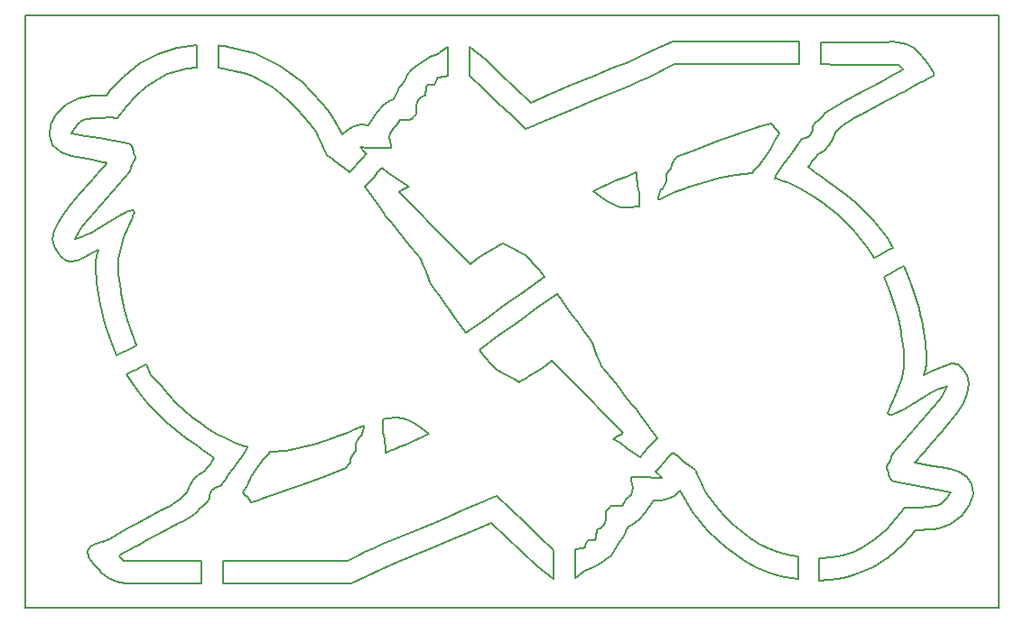
<source format=gbr>
G04 #@! TF.GenerationSoftware,KiCad,Pcbnew,(5.0.0-3-g5ebb6b6)*
G04 #@! TF.CreationDate,2020-09-27T13:58:05+02:00*
G04 #@! TF.ProjectId,solarbird,736F6C6172626972642E6B696361645F,rev?*
G04 #@! TF.SameCoordinates,Original*
G04 #@! TF.FileFunction,Profile,NP*
%FSLAX46Y46*%
G04 Gerber Fmt 4.6, Leading zero omitted, Abs format (unit mm)*
G04 Created by KiCad (PCBNEW (5.0.0-3-g5ebb6b6)) date Sunday, 27. September 2020 um 13:58:05*
%MOMM*%
%LPD*%
G01*
G04 APERTURE LIST*
%ADD10C,0.200000*%
G04 APERTURE END LIST*
D10*
X142702176Y-65426506D02*
X142179211Y-65028080D01*
X143225144Y-65825447D02*
X142702176Y-65426506D01*
X143748625Y-66223872D02*
X143225144Y-65825447D01*
X144271589Y-66622298D02*
X143748625Y-66223872D01*
X144666398Y-66187183D02*
X144271589Y-66622298D01*
X145061722Y-65752065D02*
X144666398Y-66187183D01*
X145456531Y-65316434D02*
X145061722Y-65752065D01*
X145851340Y-64881318D02*
X145456531Y-65316434D01*
X145708711Y-64733525D02*
X145851340Y-64881318D01*
X145566084Y-64586247D02*
X145708711Y-64733525D01*
X145422942Y-64438967D02*
X145566084Y-64586247D01*
X202219765Y-87489152D02*
X201784650Y-88458601D01*
X202377377Y-86441669D02*
X202219765Y-87489152D01*
X202178940Y-85702696D02*
X202377377Y-86441669D01*
X201796019Y-85064491D02*
X202178940Y-85702696D01*
X172172280Y-90330446D02*
X172625998Y-90963999D01*
X171729928Y-89688625D02*
X172172280Y-90330446D01*
X171291196Y-89045769D02*
X171729928Y-89688625D01*
X171158386Y-88857151D02*
X171291196Y-89045769D01*
X171005941Y-88686619D02*
X171158386Y-88857151D01*
X170844193Y-88523837D02*
X171005941Y-88686619D01*
X170685030Y-88357956D02*
X170844193Y-88523837D01*
X170069565Y-87589527D02*
X170685030Y-88357956D01*
X169473218Y-86811281D02*
X170069565Y-87589527D01*
X168873772Y-86036134D02*
X169473218Y-86811281D01*
X168247969Y-85277007D02*
X168873772Y-86036134D01*
X167923961Y-84855844D02*
X168247969Y-85277007D01*
X167687280Y-84383004D02*
X167923961Y-84855844D01*
X167501762Y-83883810D02*
X167687280Y-84383004D01*
X167329680Y-83381514D02*
X167501762Y-83883810D01*
X167007219Y-82664247D02*
X167329680Y-83381514D01*
X166593808Y-81997621D02*
X167007219Y-82664247D01*
X121423218Y-65933572D02*
X121502799Y-65708263D01*
X121158116Y-66226576D02*
X121423218Y-65933572D01*
X120936424Y-66484961D02*
X121158116Y-66226576D01*
X118108174Y-75030690D02*
X117679258Y-74883412D01*
X118766532Y-74899433D02*
X118108174Y-75030690D01*
X119418687Y-74624515D02*
X118766532Y-74899433D01*
X120061027Y-74275699D02*
X119418687Y-74624515D01*
X120689412Y-73923266D02*
X120061027Y-74275699D01*
X116262293Y-62125535D02*
X116781122Y-61224298D01*
X116125866Y-63163715D02*
X116262293Y-62125535D01*
X116427657Y-64124896D02*
X116125866Y-63163715D01*
X117223990Y-64794622D02*
X116427657Y-64124896D01*
X118180003Y-65117602D02*
X117223990Y-64794622D01*
X119172191Y-65305702D02*
X118180003Y-65117602D01*
X120175231Y-65452982D02*
X119172191Y-65305702D01*
X121165352Y-65655037D02*
X120175231Y-65452982D01*
X121502799Y-65708263D02*
X121165352Y-65655037D01*
X196040308Y-85902191D02*
X196260449Y-84890367D01*
X195725599Y-86889212D02*
X196040308Y-85902191D01*
X195343191Y-87853493D02*
X195725599Y-86889212D01*
X199424069Y-85095498D02*
X200076227Y-84832981D01*
X198781732Y-85380235D02*
X199424069Y-85095498D01*
X198153347Y-85694427D02*
X198781732Y-85380235D01*
X198150701Y-85696015D02*
X198153347Y-85694427D01*
X198148584Y-85697073D02*
X198150701Y-85696015D01*
X198145939Y-85698661D02*
X198148584Y-85697073D01*
X198143822Y-85700248D02*
X198145939Y-85698661D01*
X177122364Y-54371410D02*
X178377584Y-54371410D01*
X198107870Y-94050506D02*
X198933143Y-94204501D01*
X197281566Y-93895995D02*
X198107870Y-94050506D01*
X198076866Y-92958584D02*
X197281566Y-93895995D01*
X198889735Y-92035127D02*
X198076866Y-92958584D01*
X199705189Y-91113218D02*
X198889735Y-92035127D01*
X194925092Y-77710959D02*
X194416594Y-76450571D01*
X195351939Y-79001837D02*
X194925092Y-77710959D01*
X195704371Y-80315969D02*
X195351939Y-79001837D01*
X195520954Y-99147357D02*
X196345192Y-98111244D01*
X194617132Y-100117322D02*
X195520954Y-99147357D01*
X193626495Y-100994271D02*
X194617132Y-100117322D01*
X192540775Y-101752365D02*
X193626495Y-100994271D01*
X191568741Y-102241741D02*
X192540775Y-101752365D01*
X190533146Y-102569370D02*
X191568741Y-102241741D01*
X189460342Y-102759539D02*
X190533146Y-102569370D01*
X188375138Y-102838086D02*
X189460342Y-102759539D01*
X188361697Y-102838086D02*
X188375138Y-102838086D01*
X188348256Y-102838086D02*
X188361697Y-102838086D01*
X188334313Y-102837557D02*
X188348256Y-102838086D01*
X188320872Y-102837557D02*
X188334313Y-102837557D01*
X188320872Y-103365173D02*
X188320872Y-102837557D01*
X188320872Y-103892273D02*
X188320872Y-103365173D01*
X188320872Y-104419373D02*
X188320872Y-103892273D01*
X188320872Y-104946471D02*
X188320872Y-104419373D01*
X189182834Y-104899446D02*
X188320872Y-104946471D01*
X200672061Y-96655554D02*
X199337259Y-96417842D01*
X200578526Y-96784226D02*
X200672061Y-96655554D01*
X200484477Y-96912385D02*
X200578526Y-96784226D01*
X200390941Y-97041060D02*
X200484477Y-96912385D01*
X200296890Y-97169216D02*
X200390941Y-97041060D01*
X200089150Y-97451886D02*
X200296890Y-97169216D01*
X199834904Y-97693215D02*
X200089150Y-97451886D01*
X199538279Y-97875116D02*
X199834904Y-97693215D01*
X199202899Y-97980021D02*
X199538279Y-97875116D01*
X198492865Y-98068902D02*
X199202899Y-97980021D01*
X197778181Y-98106111D02*
X198492865Y-98068902D01*
X197061430Y-98112831D02*
X197778181Y-98106111D01*
X196345192Y-98111244D02*
X197061430Y-98112831D01*
X199953765Y-87359479D02*
X200133081Y-87035468D01*
X199773930Y-87683491D02*
X199953765Y-87359479D01*
X199594612Y-88007502D02*
X199773930Y-87683491D01*
X198484087Y-89285977D02*
X199594612Y-88007502D01*
X197368908Y-90561350D02*
X198484087Y-89285977D01*
X196252181Y-91835176D02*
X197368908Y-90561350D01*
X161559491Y-85549859D02*
X160966244Y-85888338D01*
X162130514Y-85176754D02*
X161559491Y-85549859D01*
X162682419Y-84774196D02*
X162130514Y-85176754D01*
X163216237Y-84348381D02*
X162682419Y-84774196D01*
X164897789Y-86043884D02*
X163216237Y-84348381D01*
X150546204Y-60773580D02*
X150558613Y-60967882D01*
X150540013Y-60577725D02*
X150546204Y-60773580D01*
X150550861Y-60383423D02*
X150540013Y-60577725D01*
X150613387Y-60056311D02*
X150550861Y-60383423D01*
X169015883Y-91649743D02*
X169247909Y-91521071D01*
X169645300Y-92068840D02*
X169015883Y-91649743D01*
X170270069Y-92494653D02*
X169645300Y-92068840D01*
X170887085Y-92931837D02*
X170270069Y-92494653D01*
X171494285Y-93382454D02*
X170887085Y-92931837D01*
X166134922Y-81356832D02*
X166593808Y-81997621D01*
X165675518Y-80719144D02*
X166134922Y-81356832D01*
X165191825Y-80048902D02*
X165675518Y-80719144D01*
X164707617Y-79378141D02*
X165191825Y-80048902D01*
X164222376Y-78708933D02*
X164707617Y-79378141D01*
X125190652Y-84688413D02*
X125675376Y-85678531D01*
X148121036Y-64067404D02*
X148141700Y-64164554D01*
X148049207Y-63720139D02*
X148121036Y-64067404D01*
X148008898Y-63360470D02*
X148049207Y-63720139D01*
X148045590Y-63011138D02*
X148008898Y-63360470D01*
X148203202Y-62694360D02*
X148045590Y-63011138D01*
X148445563Y-62473187D02*
X148203202Y-62694360D01*
X148659505Y-62224105D02*
X148445563Y-62473187D01*
X148854842Y-61959006D02*
X148659505Y-62224105D01*
X149040360Y-61687186D02*
X148854842Y-61959006D01*
X149305978Y-61688774D02*
X149040360Y-61687186D01*
X149572112Y-61688245D02*
X149305978Y-61688774D01*
X149837211Y-61674301D02*
X149572112Y-61688245D01*
X199541893Y-100053759D02*
X198989470Y-100170030D01*
X200667920Y-99642414D02*
X199541893Y-100053759D01*
X201634787Y-98921012D02*
X200667920Y-99642414D01*
X202352057Y-97959312D02*
X201634787Y-98921012D01*
X202728778Y-96825530D02*
X202352057Y-97959312D01*
X202634727Y-95942899D02*
X202728778Y-96825530D01*
X202164470Y-95226145D02*
X202634727Y-95942899D01*
X201441517Y-94721783D02*
X202164470Y-95226145D01*
X200590408Y-94478388D02*
X201441517Y-94721783D01*
X199760484Y-94349713D02*
X200590408Y-94478388D01*
X198933143Y-94204501D02*
X199760484Y-94349713D01*
X120519110Y-76531766D02*
X120448829Y-76036707D01*
X120588873Y-77026828D02*
X120519110Y-76531766D01*
X120658636Y-77522403D02*
X120588873Y-77026828D01*
X194785603Y-89358311D02*
X194750980Y-89218783D01*
X194909627Y-89431691D02*
X194785603Y-89358311D01*
X195043469Y-89432220D02*
X194909627Y-89431691D01*
X195178861Y-89388812D02*
X195043469Y-89432220D01*
X195308571Y-89330935D02*
X195178861Y-89388812D01*
X196221693Y-88862747D02*
X195308571Y-89330935D01*
X197111561Y-88351151D02*
X196221693Y-88862747D01*
X197986442Y-87813197D02*
X197111561Y-88351151D01*
X198854090Y-87264912D02*
X197986442Y-87813197D01*
X199214792Y-87118666D02*
X198854090Y-87264912D01*
X199580144Y-86982242D02*
X199214792Y-87118666D01*
X199947045Y-86848400D02*
X199580144Y-86982242D01*
X200312397Y-86711457D02*
X199947045Y-86848400D01*
X200133081Y-87035468D02*
X200312397Y-86711457D01*
X171895293Y-92932353D02*
X171494285Y-93382454D01*
X172296303Y-92482768D02*
X171895293Y-92932353D01*
X172697311Y-92032667D02*
X172296303Y-92482768D01*
X173098321Y-91582565D02*
X172697311Y-92032667D01*
X172625998Y-90963999D02*
X173098321Y-91582565D01*
X150100244Y-61637609D02*
X149837211Y-61674301D01*
X150203079Y-61509968D02*
X150100244Y-61637609D01*
X150313667Y-61382844D02*
X150203079Y-61509968D01*
X150434590Y-61262956D02*
X150313667Y-61382844D01*
X150566365Y-61157020D02*
X150434590Y-61262956D01*
X150558613Y-60967882D02*
X150566365Y-61157020D01*
X134719785Y-92421273D02*
X134491891Y-92801612D01*
X134609197Y-92391817D02*
X134719785Y-92421273D01*
X134499127Y-92360295D02*
X134609197Y-92391817D01*
X134389571Y-92327222D02*
X134499127Y-92360295D01*
X134280018Y-92294665D02*
X134389571Y-92327222D01*
X133903296Y-92166509D02*
X134280018Y-92294665D01*
X133531745Y-92025949D02*
X133903296Y-92166509D01*
X133164842Y-91874536D02*
X133531745Y-92025949D01*
X132802590Y-91712791D02*
X133164842Y-91874536D01*
X173276603Y-69204110D02*
X173257474Y-69205697D01*
X173300892Y-69194797D02*
X173276603Y-69204110D01*
X173330864Y-69177731D02*
X173300892Y-69194797D01*
X173367038Y-69150860D02*
X173330864Y-69177731D01*
X174066736Y-68830465D02*
X173367038Y-69150860D01*
X174773671Y-68526091D02*
X174066736Y-68830465D01*
X194867248Y-95214297D02*
X194847616Y-94978135D01*
X194959749Y-95431337D02*
X194867248Y-95214297D01*
X195117362Y-95602388D02*
X194959749Y-95431337D01*
X195332851Y-95701088D02*
X195117362Y-95602388D01*
X196666621Y-95945002D02*
X195332851Y-95701088D01*
X198001423Y-96182196D02*
X196666621Y-95945002D01*
X199337259Y-96417842D02*
X198001423Y-96182196D01*
X119986094Y-67540193D02*
X120936424Y-66484961D01*
X119043000Y-68603694D02*
X119986094Y-67540193D01*
X118129878Y-69691483D02*
X119043000Y-68603694D01*
X117269466Y-70820095D02*
X118129878Y-69691483D01*
X116907730Y-71468634D02*
X117269466Y-70820095D01*
X116595088Y-72162133D02*
X116907730Y-71468634D01*
X116451943Y-72881985D02*
X116595088Y-72162133D01*
X116597155Y-73609073D02*
X116451943Y-72881985D01*
X116906696Y-74159428D02*
X116597155Y-73609073D01*
X117273083Y-74588341D02*
X116906696Y-74159428D01*
X117679258Y-74883412D02*
X117273083Y-74588341D01*
X178377584Y-54371410D02*
X179632805Y-54371939D01*
X166578822Y-87739389D02*
X164897789Y-86043884D01*
X168259857Y-89435408D02*
X166578822Y-87739389D01*
X169941408Y-91130914D02*
X168259857Y-89435408D01*
X169709898Y-91260620D02*
X169941408Y-91130914D01*
X169479419Y-91391362D02*
X169709898Y-91260620D01*
X169247909Y-91521071D02*
X169479419Y-91391362D01*
X194920480Y-88799172D02*
X195343191Y-87853493D01*
X194859501Y-88934046D02*
X194920480Y-88799172D01*
X194789220Y-89075641D02*
X194859501Y-88934046D01*
X194750980Y-89218783D02*
X194789220Y-89075641D01*
X195988592Y-81645085D02*
X195704371Y-80315969D01*
X195999440Y-81710199D02*
X195988592Y-81645085D01*
X196010288Y-81775827D02*
X195999440Y-81710199D01*
X196020633Y-81841456D02*
X196010288Y-81775827D01*
X196031481Y-81907086D02*
X196020633Y-81841456D01*
X196091425Y-82403696D02*
X196031481Y-81907086D01*
X196150853Y-82900306D02*
X196091425Y-82403696D01*
X196210797Y-83396918D02*
X196150853Y-82900306D01*
X196270741Y-83893528D02*
X196210797Y-83396918D01*
X196278996Y-84142609D02*
X196270741Y-83893528D01*
X145279281Y-64292724D02*
X145422942Y-64438967D01*
X145978980Y-64316483D02*
X145279281Y-64292724D01*
X146678163Y-64338708D02*
X145978980Y-64316483D01*
X147378377Y-64353684D02*
X146678163Y-64338708D01*
X148078076Y-64354213D02*
X147378377Y-64353684D01*
X148175744Y-64348524D02*
X148078076Y-64354213D01*
X148178390Y-64272044D02*
X148175744Y-64348524D01*
X148141700Y-64164554D02*
X148178390Y-64272044D01*
X163733516Y-78041788D02*
X164222376Y-78708933D01*
X195771033Y-75710566D02*
X196222489Y-75463651D01*
X195319382Y-75957062D02*
X195771033Y-75710566D01*
X194868246Y-76204075D02*
X195319382Y-75957062D01*
X194416594Y-76450571D02*
X194868246Y-76204075D01*
X194814014Y-102754358D02*
X193336070Y-103719672D01*
X196143649Y-101588019D02*
X194814014Y-102754358D01*
X197314639Y-100272855D02*
X196143649Y-101588019D01*
X197861892Y-100201542D02*
X197314639Y-100272855D01*
X198424648Y-100192758D02*
X197861892Y-100201542D01*
X198989470Y-100170030D02*
X198424648Y-100192758D01*
X121480061Y-59390301D02*
X121869702Y-58928831D01*
X120162312Y-59426994D02*
X121480061Y-59390301D01*
X118859033Y-59692609D02*
X120162312Y-59426994D01*
X117691662Y-60265702D02*
X118859033Y-59692609D01*
X116781122Y-61224298D02*
X117691662Y-60265702D01*
X159663481Y-86048535D02*
X159140000Y-85770000D01*
X160182313Y-86334822D02*
X159663481Y-86048535D01*
X160378166Y-86223202D02*
X160182313Y-86334822D01*
X160574021Y-86111580D02*
X160378166Y-86223202D01*
X160770392Y-85999960D02*
X160574021Y-86111580D01*
X160966244Y-85888338D02*
X160770392Y-85999960D01*
X201293723Y-84651599D02*
X201796019Y-85064491D01*
X200734585Y-84587001D02*
X201293723Y-84651599D01*
X200076227Y-84832981D02*
X200734585Y-84587001D01*
X120692058Y-73921678D02*
X120689412Y-73923266D01*
X120694175Y-73920620D02*
X120692058Y-73921678D01*
X120696820Y-73919032D02*
X120694175Y-73920620D01*
X120698937Y-73917974D02*
X120696820Y-73919032D01*
X120577499Y-74488998D02*
X120698937Y-73917974D01*
X120494816Y-75019715D02*
X120577499Y-74488998D01*
X120451925Y-75529760D02*
X120494816Y-75019715D01*
X120448829Y-76036707D02*
X120451925Y-75529760D01*
X200507726Y-90179943D02*
X199705189Y-91113218D01*
X201178484Y-89354152D02*
X200507726Y-90179943D01*
X201784650Y-88458601D02*
X201178484Y-89354152D01*
X190039113Y-104798161D02*
X189182834Y-104899446D01*
X190886089Y-104641581D02*
X190039113Y-104798161D01*
X191719630Y-104429192D02*
X190886089Y-104641581D01*
X193336070Y-103719672D02*
X191719630Y-104429192D01*
X175488872Y-68242387D02*
X174773671Y-68526091D01*
X176213893Y-67982973D02*
X175488872Y-68242387D01*
X177627761Y-67530803D02*
X176213893Y-67982973D01*
X179632805Y-54371939D02*
X181336060Y-54374585D01*
X196281113Y-84391688D02*
X196278996Y-84142609D01*
X196274922Y-84641285D02*
X196281113Y-84391688D01*
X196260449Y-84890367D02*
X196274922Y-84641285D01*
X205140807Y-51926599D02*
X113886432Y-51926599D01*
X195109898Y-54377601D02*
X195649915Y-54421527D01*
X157652751Y-97211626D02*
X158046009Y-97049415D01*
X157260011Y-97373890D02*
X157652751Y-97211626D01*
X156867269Y-97536669D02*
X157260011Y-97373890D01*
X156475046Y-97700483D02*
X156867269Y-97536669D01*
X155049809Y-98323701D02*
X156475046Y-97700483D01*
X153620440Y-98936585D02*
X155049809Y-98323701D01*
X152186420Y-99539650D02*
X153620440Y-98936585D01*
X150748264Y-100132377D02*
X152186420Y-99539650D01*
X149904389Y-100477060D02*
X150748264Y-100132377D01*
X149056378Y-100810888D02*
X149904389Y-100477060D01*
X148210433Y-101148853D02*
X149056378Y-100810888D01*
X147372241Y-101506454D02*
X148210433Y-101148853D01*
X146544903Y-101890928D02*
X147372241Y-101506454D01*
X145727382Y-102295552D02*
X146544903Y-101890928D01*
X144917096Y-102714650D02*
X145727382Y-102295552D01*
X144110426Y-103142013D02*
X144917096Y-102714650D01*
X141177271Y-103134789D02*
X144110426Y-103142013D01*
X138244116Y-103128069D02*
X141177271Y-103134789D01*
X135310446Y-103121349D02*
X138244116Y-103128069D01*
X132377293Y-103114628D02*
X135310446Y-103121349D01*
X132377293Y-103644311D02*
X132377293Y-103114628D01*
X132377293Y-104173477D02*
X132377293Y-103644311D01*
X132377293Y-104703160D02*
X132377293Y-104173477D01*
X132377293Y-105232327D02*
X132377293Y-104703160D01*
X135392612Y-105243175D02*
X132377293Y-105232327D01*
X138407931Y-105245291D02*
X135392612Y-105243175D01*
X141422217Y-105234443D02*
X138407931Y-105245291D01*
X144435988Y-105204471D02*
X141422217Y-105234443D01*
X145910315Y-104579187D02*
X144435988Y-105204471D01*
X147351572Y-103874321D02*
X145910315Y-104579187D01*
X148799028Y-103182375D02*
X147351572Y-103874321D01*
X150291961Y-102595846D02*
X148799028Y-103182375D01*
X152125441Y-101847054D02*
X150291961Y-102595846D01*
X153952201Y-101082761D02*
X152125441Y-101847054D01*
X155775347Y-100309164D02*
X153952201Y-101082761D01*
X157597458Y-99532985D02*
X155775347Y-100309164D01*
X159030963Y-100885873D02*
X157597458Y-99532985D01*
X160448447Y-102260466D02*
X159030963Y-100885873D01*
X161894871Y-103599403D02*
X160448447Y-102260466D01*
X163417773Y-104845837D02*
X161894871Y-103599403D01*
X163417773Y-104168876D02*
X163417773Y-104845837D01*
X163417773Y-103492432D02*
X163417773Y-104168876D01*
X163417773Y-102815472D02*
X163417773Y-103492432D01*
X163417773Y-102139027D02*
X163417773Y-102815472D01*
X162075738Y-100865202D02*
X163417773Y-102139027D01*
X160733700Y-99592413D02*
X162075738Y-100865202D01*
X159390630Y-98320137D02*
X160733700Y-99592413D01*
X174149485Y-93409386D02*
X174539576Y-92971628D01*
X173758811Y-93847600D02*
X174149485Y-93409386D01*
X173368654Y-94285300D02*
X173758811Y-93847600D01*
X172978497Y-94723000D02*
X173368654Y-94285300D01*
X173124224Y-94873895D02*
X172978497Y-94723000D01*
X173270470Y-95024789D02*
X173124224Y-94873895D01*
X173416713Y-95175168D02*
X173270470Y-95024789D01*
X173563475Y-95325030D02*
X173416713Y-95175168D01*
X172863776Y-95301271D02*
X173563475Y-95325030D01*
X172164594Y-95279046D02*
X172863776Y-95301271D01*
X171464377Y-95264573D02*
X172164594Y-95279046D01*
X170764678Y-95263515D02*
X171464377Y-95264573D01*
X170667010Y-95269203D02*
X170764678Y-95263515D01*
X170664364Y-95345684D02*
X170667010Y-95269203D01*
X170701054Y-95453171D02*
X170664364Y-95345684D01*
X170721718Y-95550323D02*
X170701054Y-95453171D01*
X170793549Y-95897589D02*
X170721718Y-95550323D01*
X170833856Y-96257258D02*
X170793549Y-95897589D01*
X170797166Y-96606590D02*
X170833856Y-96257258D01*
X170639554Y-96923365D02*
X170797166Y-96606590D01*
X170397190Y-97144541D02*
X170639554Y-96923365D01*
X170183251Y-97393622D02*
X170397190Y-97144541D01*
X169987914Y-97658721D02*
X170183251Y-97393622D01*
X169802394Y-97930541D02*
X169987914Y-97658721D01*
X169536779Y-97928954D02*
X169802394Y-97930541D01*
X169270645Y-97929483D02*
X169536779Y-97928954D01*
X169005545Y-97943426D02*
X169270645Y-97929483D01*
X168742510Y-97980119D02*
X169005545Y-97943426D01*
X168639674Y-98107759D02*
X168742510Y-97980119D01*
X168529086Y-98234883D02*
X168639674Y-98107759D01*
X168408164Y-98355287D02*
X168529086Y-98234883D01*
X168276391Y-98460708D02*
X168408164Y-98355287D01*
X168284143Y-98649845D02*
X168276391Y-98460708D01*
X168296552Y-98844147D02*
X168284143Y-98649845D01*
X168302241Y-99040000D02*
X168296552Y-98844147D01*
X168291895Y-99234305D02*
X168302241Y-99040000D01*
X168229366Y-99561406D02*
X168291895Y-99234305D01*
X168065036Y-99847693D02*
X168229366Y-99561406D01*
X167817505Y-100064218D02*
X168065036Y-99847693D01*
X167506414Y-100182039D02*
X167817505Y-100064218D01*
X167451637Y-100428536D02*
X167506414Y-100182039D01*
X167396860Y-100675032D02*
X167451637Y-100428536D01*
X167342084Y-100922047D02*
X167396860Y-100675032D01*
X167287304Y-101168544D02*
X167342084Y-100922047D01*
X167112124Y-101168544D02*
X167287304Y-101168544D01*
X166936940Y-101168544D02*
X167112124Y-101168544D01*
X166761757Y-101168544D02*
X166936940Y-101168544D01*
X166586574Y-101168544D02*
X166761757Y-101168544D01*
X166524561Y-101343208D02*
X166586574Y-101168544D01*
X166462550Y-101517876D02*
X166524561Y-101343208D01*
X166400537Y-101692543D02*
X166462550Y-101517876D01*
X166338527Y-101867208D02*
X166400537Y-101692543D01*
X166108048Y-101908033D02*
X166338527Y-101867208D01*
X165878088Y-101948858D02*
X166108048Y-101908033D01*
X165647613Y-101989681D02*
X165878088Y-101948858D01*
X165417653Y-102031022D02*
X165647613Y-101989681D01*
X165417653Y-102705400D02*
X165417653Y-102031022D01*
X165417653Y-103379262D02*
X165417653Y-102705400D01*
X165417653Y-104053637D02*
X165417653Y-103379262D01*
X165417653Y-104728015D02*
X165417653Y-104053637D01*
X165648129Y-104580221D02*
X165417653Y-104728015D01*
X165866203Y-104415889D02*
X165648129Y-104580221D01*
X166069808Y-104239158D02*
X165866203Y-104415889D01*
X166255845Y-104052087D02*
X166069808Y-104239158D01*
X166968979Y-103837113D02*
X166255845Y-104052087D01*
X167619068Y-103477446D02*
X166968979Y-103837113D01*
X168225234Y-103036129D02*
X167619068Y-103477446D01*
X168806592Y-102577760D02*
X168225234Y-103036129D01*
X169091329Y-102165380D02*
X168806592Y-102577760D01*
X169333692Y-101731815D02*
X169091329Y-102165380D01*
X169584324Y-101304968D02*
X169333692Y-101731815D01*
X169894381Y-100911710D02*
X169584324Y-101304968D01*
X170074732Y-100554110D02*
X169894381Y-100911710D01*
X170229246Y-100191858D02*
X170074732Y-100554110D01*
X170442669Y-99890585D02*
X170229246Y-100191858D01*
X170798719Y-99715918D02*
X170442669Y-99890585D01*
X171407467Y-99242046D02*
X170798719Y-99715918D01*
X171938700Y-98663786D02*
X171407467Y-99242046D01*
X172396038Y-98035917D02*
X171938700Y-98663786D01*
X172783094Y-97413733D02*
X172396038Y-98035917D01*
X173479176Y-97453008D02*
X172783094Y-97413733D01*
X174165439Y-97300563D02*
X173479176Y-97453008D01*
X174784006Y-96980684D02*
X174165439Y-97300563D01*
X175276999Y-96517148D02*
X174784006Y-96980684D01*
X176402512Y-98525811D02*
X175276999Y-96517148D01*
X177854101Y-100313297D02*
X176402512Y-98525811D01*
X179552189Y-101880643D02*
X177854101Y-100313297D01*
X181418742Y-103228365D02*
X179552189Y-101880643D01*
X182575262Y-103815409D02*
X181418742Y-103228365D01*
X183786557Y-104281015D02*
X182575262Y-103815409D01*
X185039195Y-104624145D02*
X183786557Y-104281015D01*
X186320768Y-104845837D02*
X185039195Y-104624145D01*
X186320768Y-104309952D02*
X186320768Y-104845837D01*
X186320768Y-103774068D02*
X186320768Y-104309952D01*
X186320768Y-103238702D02*
X186320768Y-103774068D01*
X186320768Y-102702817D02*
X186320768Y-103238702D01*
X185666546Y-102588610D02*
X186320768Y-102702817D01*
X185019039Y-102439782D02*
X185666546Y-102588610D01*
X184381353Y-102255299D02*
X185019039Y-102439782D01*
X183755550Y-102034123D02*
X184381353Y-102255299D01*
X182764913Y-101579370D02*
X183755550Y-102034123D01*
X181843007Y-101001110D02*
X182764913Y-101579370D01*
X180980526Y-100332934D02*
X181843007Y-101001110D01*
X180166107Y-99608949D02*
X180980526Y-100332934D01*
X179502580Y-98950589D02*
X180166107Y-99608949D01*
X178865926Y-98264845D02*
X179502580Y-98950589D01*
X178274749Y-97541373D02*
X178865926Y-98264845D01*
X177747649Y-96769846D02*
X178274749Y-97541373D01*
X177479448Y-96223624D02*
X177747649Y-96769846D01*
X177214349Y-95675339D02*
X177479448Y-96223624D01*
X176945114Y-95129636D02*
X177214349Y-95675339D01*
X176663476Y-94589616D02*
X176945114Y-95129636D01*
X176132243Y-94184991D02*
X176663476Y-94589616D01*
X175601526Y-93780364D02*
X176132243Y-94184991D01*
X175070293Y-93274967D02*
X175601526Y-93780364D01*
X158046009Y-97049415D02*
X159390630Y-98320137D01*
X145565582Y-90413197D02*
X145585272Y-90411578D01*
X145541293Y-90422484D02*
X145565582Y-90413197D01*
X145511321Y-90440052D02*
X145541293Y-90422484D01*
X145475663Y-90466405D02*
X145511321Y-90440052D01*
X144775965Y-90787315D02*
X145475663Y-90466405D01*
X144069032Y-91091173D02*
X144775965Y-90787315D01*
X143353313Y-91374875D02*
X144069032Y-91091173D01*
X142628810Y-91634291D02*
X143353313Y-91374875D01*
X141214943Y-92086978D02*
X142628810Y-91634291D01*
X139778856Y-92470417D02*
X141214943Y-92086978D01*
X138322097Y-92753603D02*
X139778856Y-92470417D01*
X136845182Y-92905014D02*
X138322097Y-92753603D01*
X136619358Y-93157712D02*
X136845182Y-92905014D01*
X136389398Y-93407309D02*
X136619358Y-93157712D01*
X136162539Y-93660007D02*
X136389398Y-93407309D01*
X135946014Y-93920458D02*
X136162539Y-93660007D01*
X135500046Y-94591216D02*
X135946014Y-93920458D01*
X135071649Y-95272828D02*
X135500046Y-94591216D01*
X134659788Y-95965293D02*
X135071649Y-95272828D01*
X134265495Y-96667061D02*
X134659788Y-95965293D01*
X134459800Y-96903220D02*
X134265495Y-96667061D01*
X134660304Y-97134730D02*
X134459800Y-96903220D01*
X134862358Y-97364690D02*
X134660304Y-97134730D01*
X135060795Y-97597235D02*
X134862358Y-97364690D01*
X135382740Y-97505769D02*
X135060795Y-97597235D01*
X135703651Y-97408100D02*
X135382740Y-97505769D01*
X136022495Y-97306812D02*
X135703651Y-97408100D01*
X136341339Y-97203461D02*
X136022495Y-97306812D01*
X138259568Y-96539936D02*
X136341339Y-97203461D01*
X140166944Y-95845921D02*
X138259568Y-96539936D01*
X142066570Y-95130202D02*
X140166944Y-95845921D01*
X143960511Y-94400015D02*
X142066570Y-95130202D01*
X144039060Y-94281675D02*
X143960511Y-94400015D01*
X144118642Y-94156617D02*
X144039060Y-94281675D01*
X144205457Y-94035695D02*
X144118642Y-94156617D01*
X144307776Y-93928208D02*
X144205457Y-94035695D01*
X144336717Y-93641405D02*
X144307776Y-93928208D01*
X144427148Y-93370104D02*
X144336717Y-93641405D01*
X144569259Y-93119988D02*
X144427148Y-93370104D01*
X144752710Y-92897780D02*
X144569259Y-93119988D01*
X144834361Y-92813547D02*
X144752710Y-92897780D01*
X144861232Y-92708127D02*
X144834361Y-92813547D01*
X144861761Y-92591855D02*
X144861232Y-92708127D01*
X144864857Y-92474034D02*
X144861761Y-92591855D01*
X144897414Y-92130385D02*
X144864857Y-92474034D01*
X145000249Y-91801206D02*
X144897414Y-92130385D01*
X145176467Y-91508202D02*
X145000249Y-91801206D01*
X145428647Y-91271524D02*
X145176467Y-91508202D01*
X145459653Y-91122696D02*
X145428647Y-91271524D01*
X145502545Y-90975934D02*
X145459653Y-91122696D01*
X145556805Y-90833308D02*
X145502545Y-90975934D01*
X145621401Y-90694814D02*
X145556805Y-90833308D01*
X145621401Y-90694285D02*
X145621401Y-90694814D01*
X145621401Y-90693756D02*
X145621401Y-90694285D01*
X145621401Y-90693227D02*
X145621401Y-90693756D01*
X145621401Y-90692697D02*
X145621401Y-90693227D01*
X145622988Y-90606914D02*
X145621401Y-90692697D01*
X145626613Y-90516996D02*
X145622988Y-90606914D01*
X145618861Y-90444651D02*
X145626613Y-90516996D01*
X145585272Y-90411578D02*
X145618861Y-90444651D01*
X174539576Y-92971628D02*
X175070293Y-93274967D01*
X148413043Y-89675705D02*
X148766990Y-89662786D01*
X148060092Y-89706709D02*
X148413043Y-89675705D01*
X147708175Y-89749601D02*
X148060092Y-89706709D01*
X147358327Y-89804896D02*
X147708175Y-89749601D01*
X147363486Y-89954240D02*
X147358327Y-89804896D01*
X147368646Y-90103584D02*
X147363486Y-89954240D01*
X147373805Y-90252931D02*
X147368646Y-90103584D01*
X147378964Y-90402275D02*
X147373805Y-90252931D01*
X147387749Y-90733004D02*
X147378964Y-90402275D01*
X147428055Y-91060116D02*
X147387749Y-90733004D01*
X147486449Y-91385160D02*
X147428055Y-91060116D01*
X147547946Y-91710206D02*
X147486449Y-91385160D01*
X147604789Y-92022332D02*
X147547946Y-91710206D01*
X147640447Y-92337556D02*
X147604789Y-92022332D01*
X147651295Y-92653818D02*
X147640447Y-92337556D01*
X147633726Y-92967492D02*
X147651295Y-92653818D01*
X147939648Y-92849155D02*
X147633726Y-92967492D01*
X148245575Y-92728748D02*
X147939648Y-92849155D01*
X148550981Y-92607826D02*
X148245575Y-92728748D01*
X148856390Y-92487419D02*
X148550981Y-92607826D01*
X149585028Y-92199066D02*
X148856390Y-92487419D01*
X150298679Y-91875054D02*
X149585028Y-92199066D01*
X151001478Y-91528305D02*
X150298679Y-91875054D01*
X151698594Y-91170186D02*
X151001478Y-91528305D01*
X151352360Y-90923173D02*
X151698594Y-91170186D01*
X151008196Y-90673060D02*
X151352360Y-90923173D01*
X150660930Y-90427596D02*
X151008196Y-90673060D01*
X150305396Y-90194535D02*
X150660930Y-90427596D01*
X149946246Y-89994031D02*
X150305396Y-90194535D01*
X149569008Y-89822464D02*
X149946246Y-89994031D01*
X124737421Y-84914690D02*
X125190652Y-84688413D01*
X124284218Y-85141033D02*
X124737421Y-84914690D01*
X123831014Y-85367373D02*
X124284218Y-85141033D01*
X123377812Y-85593716D02*
X123831014Y-85367373D01*
X123993796Y-86578154D02*
X123377812Y-85593716D01*
X124671791Y-87520732D02*
X123993796Y-86578154D01*
X125412830Y-88414733D02*
X124671791Y-87520732D01*
X126218984Y-89255510D02*
X125412830Y-88414733D01*
X127077845Y-90074065D02*
X126218984Y-89255510D01*
X127979598Y-90847659D02*
X127077845Y-90074065D01*
X128923211Y-91568545D02*
X127979598Y-90847659D01*
X129909712Y-92227421D02*
X128923211Y-91568545D01*
X130320026Y-92535928D02*
X129909712Y-92227421D01*
X130729818Y-92844437D02*
X130320026Y-92535928D01*
X131140128Y-93152944D02*
X130729818Y-92844437D01*
X131550441Y-93461454D02*
X131140128Y-93152944D01*
X131404711Y-93708466D02*
X131550441Y-93461454D01*
X131190772Y-94018526D02*
X131404711Y-93708466D01*
X130926189Y-94366307D02*
X131190772Y-94018526D01*
X130628017Y-94725977D02*
X130926189Y-94366307D01*
X130054408Y-95038619D02*
X130628017Y-94725977D01*
X129594488Y-95498023D02*
X130054408Y-95038619D01*
X129253940Y-96059228D02*
X129594488Y-95498023D01*
X129037932Y-96675728D02*
X129253940Y-96059228D01*
X128705136Y-97035395D02*
X129037932Y-96675728D01*
X128334616Y-97357856D02*
X128705136Y-97035395D01*
X127936707Y-97648278D02*
X128334616Y-97357856D01*
X127522263Y-97912346D02*
X127936707Y-97648278D01*
X127307805Y-98036369D02*
X127522263Y-97912346D01*
X127079396Y-98160909D02*
X127307805Y-98036369D01*
X126843234Y-98283382D02*
X127079396Y-98160909D01*
X126606040Y-98401722D02*
X126843234Y-98283382D01*
X125819524Y-98817716D02*
X126606040Y-98401722D01*
X125034558Y-99237845D02*
X125819524Y-98817716D01*
X124251661Y-99661075D02*
X125034558Y-99237845D01*
X123469797Y-100086371D02*
X124251661Y-99661075D01*
X123030546Y-100327185D02*
X123469797Y-100086371D01*
X122590779Y-100567479D02*
X123030546Y-100327185D01*
X122151015Y-100808292D02*
X122590779Y-100567479D01*
X121711765Y-101048587D02*
X122151015Y-100808292D01*
X121055474Y-101330225D02*
X121711765Y-101048587D01*
X120460161Y-101531245D02*
X121055474Y-101330225D01*
X119986806Y-101786010D02*
X120460161Y-101531245D01*
X119695867Y-102227327D02*
X119986806Y-101786010D01*
X119826608Y-102768379D02*
X119695867Y-102227327D01*
X120287563Y-103423119D02*
X119826608Y-102768379D01*
X120782622Y-103973990D02*
X120287563Y-103423119D01*
X121013617Y-104206019D02*
X120782622Y-103973990D01*
X121646135Y-104763607D02*
X121013617Y-104206019D01*
X122433167Y-105101570D02*
X121646135Y-104763607D01*
X123293063Y-105241095D02*
X122433167Y-105101570D01*
X124144174Y-105203889D02*
X123293063Y-105241095D01*
X125702218Y-105206535D02*
X124144174Y-105203889D01*
X127260262Y-105211192D02*
X125702218Y-105206535D01*
X128818306Y-105216880D02*
X127260262Y-105211192D01*
X130376869Y-105224103D02*
X128818306Y-105216880D01*
X130376869Y-104695453D02*
X130376869Y-105224103D01*
X130376869Y-104166805D02*
X130376869Y-104695453D01*
X130376869Y-103638670D02*
X130376869Y-104166805D01*
X130376869Y-103110022D02*
X130376869Y-103638670D01*
X128565092Y-103105894D02*
X130376869Y-103110022D01*
X126753318Y-103102270D02*
X128565092Y-103105894D01*
X124941541Y-103095549D02*
X126753318Y-103102270D01*
X123129765Y-103081606D02*
X124941541Y-103095549D01*
X123027448Y-103027861D02*
X123129765Y-103081606D01*
X122907041Y-102935876D02*
X123027448Y-103027861D01*
X122788701Y-102798417D02*
X122907041Y-102935876D01*
X122692067Y-102608247D02*
X122788701Y-102798417D01*
X123131834Y-102368469D02*
X122692067Y-102608247D01*
X123571082Y-102128174D02*
X123131834Y-102368469D01*
X124010848Y-101888396D02*
X123571082Y-102128174D01*
X124450615Y-101648617D02*
X124010848Y-101888396D01*
X125408698Y-101125134D02*
X124450615Y-101648617D01*
X126367294Y-100603203D02*
X125408698Y-101125134D01*
X127327959Y-100085406D02*
X126367294Y-100603203D01*
X128292241Y-99574326D02*
X127327959Y-100085406D01*
X128726840Y-99353666D02*
X128292241Y-99574326D01*
X129146453Y-99106135D02*
X128726840Y-99353666D01*
X129557280Y-98844653D02*
X129146453Y-99106135D01*
X129967074Y-98580588D02*
X129557280Y-98844653D01*
X130245093Y-98245207D02*
X129967074Y-98580588D01*
X130541199Y-97923781D02*
X130245093Y-98245207D01*
X130850740Y-97614237D02*
X130541199Y-97923781D01*
X131169584Y-97315549D02*
X130850740Y-97614237D01*
X131180961Y-97192041D02*
X131169584Y-97315549D01*
X131177866Y-97059750D02*
X131180961Y-97192041D01*
X131178924Y-96924873D02*
X131177866Y-97059750D01*
X131200620Y-96794132D02*
X131178924Y-96924873D01*
X131320508Y-96508879D02*
X131200620Y-96794132D01*
X131546335Y-96306306D02*
X131320508Y-96508879D01*
X131833138Y-96180733D02*
X131546335Y-96306306D01*
X132137515Y-96125440D02*
X131833138Y-96180733D01*
X132543690Y-95567333D02*
X132137515Y-96125440D01*
X132952450Y-95011295D02*
X132543690Y-95567333D01*
X133365861Y-94458875D02*
X132952450Y-95011295D01*
X133785991Y-93911105D02*
X133365861Y-94458875D01*
X134034556Y-93542652D02*
X133785991Y-93911105D01*
X134266582Y-93173682D02*
X134034556Y-93542652D01*
X134491891Y-92801612D02*
X134266582Y-93173682D01*
X185677909Y-67742676D02*
X185311006Y-67591265D01*
X186040161Y-67904940D02*
X185677909Y-67742676D01*
X186482510Y-68149370D02*
X186040161Y-67904940D01*
X186924346Y-68393284D02*
X186482510Y-68149370D01*
X187366695Y-68637714D02*
X186924346Y-68393284D01*
X187808528Y-68882141D02*
X187366695Y-68637714D01*
X188587292Y-69416475D02*
X187808528Y-68882141D01*
X189336084Y-69992669D02*
X188587292Y-69416475D01*
X190054385Y-70605552D02*
X189336084Y-69992669D01*
X190741682Y-71250474D02*
X190054385Y-70605552D01*
X191501325Y-72047322D02*
X190741682Y-71250474D01*
X192220661Y-72881382D02*
X191501325Y-72047322D01*
X192889356Y-73756263D02*
X192220661Y-72881382D01*
X193498620Y-74673002D02*
X192889356Y-73756263D01*
X193942003Y-74430641D02*
X193498620Y-74673002D01*
X194385387Y-74188278D02*
X193942003Y-74430641D01*
X194828773Y-73946433D02*
X194385387Y-74188278D01*
X195272156Y-73704069D02*
X194828773Y-73946433D01*
X194690279Y-72809034D02*
X195272156Y-73704069D01*
X194055692Y-71950173D02*
X194690279Y-72809034D01*
X193367362Y-71133168D02*
X194055692Y-71950173D01*
X192623738Y-70362154D02*
X193367362Y-71133168D01*
X191764876Y-69543599D02*
X192623738Y-70362154D01*
X190863121Y-68770005D02*
X191764876Y-69543599D01*
X189919511Y-68049119D02*
X190863121Y-68770005D01*
X188933007Y-67390243D02*
X189919511Y-68049119D01*
X188522696Y-67081736D02*
X188933007Y-67390243D01*
X188112902Y-66773227D02*
X188522696Y-67081736D01*
X187702591Y-66465236D02*
X188112902Y-66773227D01*
X187292281Y-66156726D02*
X187702591Y-66465236D01*
X187438008Y-65909714D02*
X187292281Y-66156726D01*
X187651950Y-65599654D02*
X187438008Y-65909714D01*
X187916533Y-65251357D02*
X187651950Y-65599654D01*
X188214705Y-64891687D02*
X187916533Y-65251357D01*
X188788314Y-64579045D02*
X188214705Y-64891687D01*
X189248234Y-64119641D02*
X188788314Y-64579045D01*
X189588782Y-63558436D02*
X189248234Y-64119641D01*
X189804788Y-62941936D02*
X189588782Y-63558436D01*
X190137586Y-62582269D02*
X189804788Y-62941936D01*
X190508106Y-62259808D02*
X190137586Y-62582269D01*
X190906013Y-61968870D02*
X190508106Y-62259808D01*
X191320459Y-61705318D02*
X190906013Y-61968870D01*
X191534917Y-61581295D02*
X191320459Y-61705318D01*
X191763326Y-61456755D02*
X191534917Y-61581295D01*
X191999488Y-61334282D02*
X191763326Y-61456755D01*
X192236681Y-61215942D02*
X191999488Y-61334282D01*
X193023714Y-60799949D02*
X192236681Y-61215942D01*
X193808161Y-60379819D02*
X193023714Y-60799949D01*
X194591060Y-59956589D02*
X193808161Y-60379819D01*
X195372925Y-59531293D02*
X194591060Y-59956589D01*
X195812689Y-59290479D02*
X195372925Y-59531293D01*
X196251940Y-59050185D02*
X195812689Y-59290479D01*
X196691706Y-58809372D02*
X196251940Y-59050185D01*
X197130957Y-58569077D02*
X196691706Y-58809372D01*
X197681828Y-58271937D02*
X197130957Y-58569077D01*
X198094205Y-58057479D02*
X197681828Y-58271937D01*
X198506584Y-57843539D02*
X198094205Y-58057479D01*
X199057970Y-57547434D02*
X198506584Y-57843539D01*
X199054875Y-57304554D02*
X199057970Y-57547434D01*
X198722079Y-56748516D02*
X199054875Y-57304554D01*
X198210481Y-56069487D02*
X198722079Y-56748516D01*
X197669948Y-55460223D02*
X198210481Y-56069487D01*
X197145948Y-54953792D02*
X197669948Y-55460223D01*
X196521180Y-54610146D02*
X197145948Y-54953792D01*
X195649915Y-54421527D02*
X196521180Y-54610146D01*
X129971755Y-55213727D02*
X129971755Y-55743925D01*
X129971755Y-54684041D02*
X129971755Y-55213727D01*
X175866628Y-54372476D02*
X177122364Y-54371410D01*
X174611407Y-54374593D02*
X175866628Y-54372476D01*
X173182036Y-54916163D02*
X174611407Y-54374593D01*
X171804858Y-55587440D02*
X173182036Y-54916163D01*
X170429750Y-56267501D02*
X171804858Y-55587440D01*
X169005548Y-56832842D02*
X170429750Y-56267501D01*
X167059929Y-57629693D02*
X169005548Y-56832842D01*
X165120512Y-58442561D02*
X167059929Y-57629693D01*
X163185231Y-59263701D02*
X165120512Y-58442561D01*
X161249949Y-60085357D02*
X163185231Y-59263701D01*
X159837114Y-58754172D02*
X161249949Y-60085357D01*
X158439267Y-57403349D02*
X159837114Y-58754172D01*
X157016616Y-56081983D02*
X158439267Y-57403349D01*
X155530401Y-54837613D02*
X157016616Y-56081983D01*
X155530401Y-55522845D02*
X155530401Y-54837613D01*
X155530401Y-56208073D02*
X155530401Y-55522845D01*
X155530401Y-56893302D02*
X155530401Y-56208073D01*
X155530401Y-57578533D02*
X155530401Y-56893302D01*
X156846081Y-58827551D02*
X155530401Y-57578533D01*
X158161764Y-60075538D02*
X156846081Y-58827551D01*
X159478479Y-61322490D02*
X158161764Y-60075538D01*
X160796747Y-62568408D02*
X159478479Y-61322490D01*
X161190003Y-62406660D02*
X160796747Y-62568408D01*
X161582745Y-62244396D02*
X161190003Y-62406660D01*
X161975484Y-62081098D02*
X161582745Y-62244396D01*
X162367711Y-61917284D02*
X161975484Y-62081098D01*
X163792944Y-61294584D02*
X162367711Y-61917284D01*
X165222316Y-60681185D02*
X163792944Y-61294584D01*
X166656337Y-60078120D02*
X165222316Y-60681185D01*
X168094492Y-59485393D02*
X166656337Y-60078120D01*
X168938368Y-59140709D02*
X168094492Y-59485393D01*
X169786378Y-58807398D02*
X168938368Y-59140709D01*
X170632320Y-58469432D02*
X169786378Y-58807398D01*
X171470512Y-58111316D02*
X170632320Y-58469432D01*
X172297851Y-57727361D02*
X171470512Y-58111316D01*
X173115374Y-57322734D02*
X172297851Y-57727361D01*
X173925660Y-56903639D02*
X173115374Y-57322734D01*
X174732330Y-56475757D02*
X173925660Y-56903639D01*
X177660833Y-56482980D02*
X174732330Y-56475757D01*
X180588818Y-56489701D02*
X177660833Y-56482980D01*
X183517322Y-56496421D02*
X180588818Y-56489701D01*
X186445826Y-56503142D02*
X183517322Y-56496421D01*
X186445826Y-55974494D02*
X186445826Y-56503142D01*
X186445826Y-55445327D02*
X186445826Y-55974494D01*
X186445826Y-54916160D02*
X186445826Y-55445327D01*
X186445826Y-54386994D02*
X186445826Y-54916160D01*
X184742570Y-54382337D02*
X186445826Y-54386994D01*
X183039315Y-54377680D02*
X184742570Y-54382337D01*
X181336060Y-54374585D02*
X183039315Y-54377680D01*
X205140807Y-107549042D02*
X205140807Y-51926599D01*
X113886432Y-107549042D02*
X205140807Y-107549042D01*
X198265779Y-85128706D02*
X198143822Y-85700248D01*
X198347945Y-84597989D02*
X198265779Y-85128706D01*
X198390837Y-84088459D02*
X198347945Y-84597989D01*
X198393932Y-83581513D02*
X198390837Y-84088459D01*
X198323654Y-83085937D02*
X198393932Y-83581513D01*
X198253891Y-82590875D02*
X198323654Y-83085937D01*
X198184128Y-82095816D02*
X198253891Y-82590875D01*
X198114363Y-81600757D02*
X198184128Y-82095816D01*
X198015663Y-81057120D02*
X198114363Y-81600757D01*
X197909726Y-80514518D02*
X198015663Y-81057120D01*
X197791902Y-79975014D02*
X197909726Y-80514518D01*
X197658060Y-79439130D02*
X197791902Y-79975014D01*
X197370741Y-78422656D02*
X197658060Y-79439130D01*
X197035876Y-77419100D02*
X197370741Y-78422656D01*
X196653472Y-76431563D02*
X197035876Y-77419100D01*
X196222489Y-75464181D02*
X196653472Y-76431563D01*
X196222489Y-75463651D02*
X196222489Y-75464181D01*
X170902552Y-66739630D02*
X171209030Y-66650238D01*
X170597144Y-66888974D02*
X170902552Y-66739630D01*
X170291735Y-67009897D02*
X170597144Y-66888974D01*
X169986329Y-67130303D02*
X170291735Y-67009897D01*
X169257691Y-67418657D02*
X169986329Y-67130303D01*
X168544038Y-67742668D02*
X169257691Y-67418657D01*
X167841241Y-68089418D02*
X168544038Y-67742668D01*
X167144125Y-68447534D02*
X167841241Y-68089418D01*
X167490356Y-68694549D02*
X167144125Y-68447534D01*
X167834521Y-68944662D02*
X167490356Y-68694549D01*
X168181786Y-69190127D02*
X167834521Y-68944662D01*
X168537320Y-69423185D02*
X168181786Y-69190127D01*
X168896474Y-69623691D02*
X168537320Y-69423185D01*
X169273711Y-69795258D02*
X168896474Y-69623691D01*
X169666969Y-69913595D02*
X169273711Y-69795258D01*
X170075729Y-69954937D02*
X169666969Y-69913595D01*
X170429713Y-69940993D02*
X170075729Y-69954937D01*
X170782662Y-69911021D02*
X170429713Y-69940993D01*
X171134579Y-69868129D02*
X170782662Y-69911021D01*
X171484429Y-69812834D02*
X171134579Y-69868129D01*
X171479270Y-69663490D02*
X171484429Y-69812834D01*
X171474111Y-69514146D02*
X171479270Y-69663490D01*
X171468951Y-69364799D02*
X171474111Y-69514146D01*
X171463792Y-69215455D02*
X171468951Y-69364799D01*
X171455008Y-68884726D02*
X171463792Y-69215455D01*
X171414698Y-68557614D02*
X171455008Y-68884726D01*
X171356305Y-68232568D02*
X171414698Y-68557614D01*
X171294810Y-67907525D02*
X171356305Y-68232568D01*
X171237967Y-67595398D02*
X171294810Y-67907525D01*
X171202309Y-67280174D02*
X171237967Y-67595398D01*
X171191461Y-66885881D02*
X171202309Y-67280174D01*
X146929892Y-66669357D02*
X147333485Y-66224423D01*
X146526816Y-67113775D02*
X146929892Y-66669357D01*
X146123223Y-67558709D02*
X146526816Y-67113775D01*
X145719630Y-68003126D02*
X146123223Y-67558709D01*
X146199187Y-68628927D02*
X145719630Y-68003126D01*
X146659107Y-69270748D02*
X146199187Y-68628927D01*
X147107142Y-69920837D02*
X146659107Y-69270748D01*
X147551560Y-70571961D02*
X147107142Y-69920837D01*
X147684368Y-70760580D02*
X147551560Y-70571961D01*
X147836813Y-70931111D02*
X147684368Y-70760580D01*
X147998560Y-71093894D02*
X147836813Y-70931111D01*
X148157723Y-71259774D02*
X147998560Y-71093894D01*
X148773192Y-72028204D02*
X148157723Y-71259774D01*
X149369536Y-72806449D02*
X148773192Y-72028204D01*
X149968984Y-73581596D02*
X149369536Y-72806449D01*
X150594784Y-74340723D02*
X149968984Y-73581596D01*
X150918796Y-74761886D02*
X150594784Y-74340723D01*
X151155473Y-75234726D02*
X150918796Y-74761886D01*
X151340991Y-75733921D02*
X151155473Y-75234726D01*
X151513074Y-76236214D02*
X151340991Y-75733921D01*
X151835535Y-76953483D02*
X151513074Y-76236214D01*
X152248946Y-77620109D02*
X151835535Y-76953483D01*
X152707834Y-78260898D02*
X152248946Y-77620109D01*
X153167238Y-78898583D02*
X152707834Y-78260898D01*
X153674182Y-79601385D02*
X153167238Y-78898583D01*
X154181129Y-80304701D02*
X153674182Y-79601385D01*
X154690143Y-81006984D02*
X154181129Y-80304701D01*
X155203289Y-81705648D02*
X154690143Y-81006984D01*
X157034184Y-80391000D02*
X155203289Y-81705648D01*
X158864564Y-79076352D02*
X157034184Y-80391000D01*
X160694943Y-77761187D02*
X158864564Y-79076352D01*
X162525839Y-76446539D02*
X160694943Y-77761187D01*
X162267973Y-76119427D02*
X162525839Y-76446539D01*
X162007525Y-75794381D02*
X162267973Y-76119427D01*
X161743974Y-75471920D02*
X162007525Y-75794381D01*
X161476808Y-75152044D02*
X161743974Y-75471920D01*
X161309377Y-74962906D02*
X161476808Y-75152044D01*
X161134194Y-74770155D02*
X161309377Y-74962906D01*
X160947642Y-74582568D02*
X161134194Y-74770155D01*
X160746619Y-74407387D02*
X160947642Y-74582568D01*
X160226237Y-74124717D02*
X160746619Y-74407387D01*
X159702756Y-73847730D02*
X160226237Y-74124717D01*
X159179272Y-73569195D02*
X159702756Y-73847730D01*
X158660443Y-73282908D02*
X159179272Y-73569195D01*
X158464588Y-73394528D02*
X158660443Y-73282908D01*
X158268735Y-73506150D02*
X158464588Y-73394528D01*
X158072364Y-73617770D02*
X158268735Y-73506150D01*
X157876512Y-73729392D02*
X158072364Y-73617770D01*
X157283266Y-74067871D02*
X157876512Y-73729392D01*
X156712242Y-74441492D02*
X157283266Y-74067871D01*
X156160337Y-74843534D02*
X156712242Y-74441492D01*
X155626519Y-75269349D02*
X156160337Y-74843534D01*
X153944968Y-73573844D02*
X155626519Y-75269349D01*
X152263935Y-71878341D02*
X153944968Y-73573844D01*
X150582899Y-70182322D02*
X152263935Y-71878341D01*
X148901348Y-68486817D02*
X150582899Y-70182322D01*
X149132858Y-68357110D02*
X148901348Y-68486817D01*
X149363334Y-68226369D02*
X149132858Y-68357110D01*
X149594845Y-68096659D02*
X149363334Y-68226369D01*
X149826874Y-67967985D02*
X149594845Y-68096659D01*
X149193837Y-67546307D02*
X149826874Y-67967985D01*
X148564935Y-67117907D02*
X149193837Y-67546307D01*
X147943784Y-66678141D02*
X148564935Y-67117907D01*
X171209030Y-66650238D02*
X171191461Y-66885881D01*
X183459997Y-62112036D02*
X183781905Y-62020546D01*
X183139087Y-62209704D02*
X183459997Y-62112036D01*
X182820245Y-62310992D02*
X183139087Y-62209704D01*
X182501401Y-62414343D02*
X182820245Y-62310992D01*
X180583172Y-63077868D02*
X182501401Y-62414343D01*
X178675794Y-63771883D02*
X180583172Y-63077868D01*
X176776170Y-64487602D02*
X178675794Y-63771883D01*
X174882227Y-65217789D02*
X176776170Y-64487602D01*
X174803680Y-65336645D02*
X174882227Y-65217789D01*
X174724099Y-65461187D02*
X174803680Y-65336645D01*
X174637281Y-65582110D02*
X174724099Y-65461187D01*
X174534961Y-65689597D02*
X174637281Y-65582110D01*
X174506024Y-65976400D02*
X174534961Y-65689597D01*
X174415589Y-66248217D02*
X174506024Y-65976400D01*
X174273479Y-66497814D02*
X174415589Y-66248217D01*
X174090027Y-66720024D02*
X174273479Y-66497814D01*
X174008380Y-66804257D02*
X174090027Y-66720024D01*
X173981509Y-66909675D02*
X174008380Y-66804257D01*
X173980979Y-67025949D02*
X173981509Y-66909675D01*
X173977884Y-67143770D02*
X173980979Y-67025949D01*
X173944811Y-67487935D02*
X173977884Y-67143770D01*
X173842494Y-67816598D02*
X173944811Y-67487935D01*
X173666276Y-68109603D02*
X173842494Y-67816598D01*
X173414096Y-68346280D02*
X173666276Y-68109603D01*
X173383090Y-68495109D02*
X173414096Y-68346280D01*
X173340198Y-68641870D02*
X173383090Y-68495109D01*
X173285938Y-68784497D02*
X173340198Y-68641870D01*
X173221342Y-68922990D02*
X173285938Y-68784497D01*
X173221342Y-68923519D02*
X173221342Y-68922990D01*
X173221342Y-68924048D02*
X173221342Y-68923519D01*
X173221342Y-68924578D02*
X173221342Y-68924048D01*
X173221342Y-68925107D02*
X173221342Y-68924578D01*
X173219755Y-69010890D02*
X173221342Y-68925107D01*
X173216130Y-69100809D02*
X173219755Y-69010890D01*
X173223882Y-69173154D02*
X173216130Y-69100809D01*
X173257474Y-69206227D02*
X173223882Y-69173154D01*
X173257474Y-69205697D02*
X173257474Y-69206227D01*
X179063847Y-67147363D02*
X177627761Y-67530803D01*
X180520606Y-66864177D02*
X179063847Y-67147363D01*
X181997518Y-66712248D02*
X180520606Y-66864177D01*
X182223345Y-66459550D02*
X181997518Y-66712248D01*
X182453305Y-66209953D02*
X182223345Y-66459550D01*
X182679649Y-65957773D02*
X182453305Y-66209953D01*
X182896689Y-65696807D02*
X182679649Y-65957773D01*
X183342657Y-65026564D02*
X182896689Y-65696807D01*
X183771055Y-64344434D02*
X183342657Y-65026564D01*
X184182916Y-63651969D02*
X183771055Y-64344434D01*
X184577206Y-62950204D02*
X184182916Y-63651969D01*
X184382904Y-62714042D02*
X184577206Y-62950204D01*
X184182397Y-62482532D02*
X184382904Y-62714042D01*
X183980343Y-62252572D02*
X184182397Y-62482532D01*
X131971565Y-55247797D02*
X131971632Y-54715048D01*
X131971565Y-55780580D02*
X131971565Y-55247797D01*
X131971565Y-56313367D02*
X131971565Y-55780580D01*
X131971565Y-56846150D02*
X131971565Y-56313367D01*
X132767384Y-56953121D02*
X131971565Y-56846150D01*
X133554414Y-57110734D02*
X132767384Y-56953121D01*
X134329045Y-57320540D02*
X133554414Y-57110734D01*
X135087137Y-57583573D02*
X134329045Y-57320540D01*
X136077774Y-58038326D02*
X135087137Y-57583573D01*
X136999683Y-58616586D02*
X136077774Y-58038326D01*
X137862161Y-59284762D02*
X136999683Y-58616586D01*
X138676583Y-60008746D02*
X137862161Y-59284762D01*
X139340108Y-60667107D02*
X138676583Y-60008746D01*
X139976762Y-61352851D02*
X139340108Y-60667107D01*
X140567941Y-62076322D02*
X139976762Y-61352851D01*
X141095039Y-62847850D02*
X140567941Y-62076322D01*
X141363242Y-63394072D02*
X141095039Y-62847850D01*
X141628341Y-63942357D02*
X141363242Y-63394072D01*
X141897576Y-64488060D02*
X141628341Y-63942357D01*
X142179211Y-65028080D02*
X141897576Y-64488060D01*
X120728398Y-78017465D02*
X120658636Y-77522403D01*
X120827101Y-78561099D02*
X120728398Y-78017465D01*
X120933038Y-79103186D02*
X120827101Y-78561099D01*
X121050859Y-79642687D02*
X120933038Y-79103186D01*
X121184701Y-80179090D02*
X121050859Y-79642687D01*
X121444633Y-81106166D02*
X121184701Y-80179090D01*
X121743840Y-82022905D02*
X121444633Y-81106166D01*
X122082322Y-82927243D02*
X121743840Y-82022905D01*
X122461110Y-83815560D02*
X122082322Y-82927243D01*
X122922580Y-83585084D02*
X122461110Y-83815560D01*
X123383534Y-83355124D02*
X122922580Y-83585084D01*
X123845005Y-83124646D02*
X123383534Y-83355124D01*
X124305959Y-82894686D02*
X123845005Y-83124646D01*
X123841388Y-81696827D02*
X124305959Y-82894686D01*
X123448130Y-80472611D02*
X123841388Y-81696827D01*
X123121533Y-79228760D02*
X123448130Y-80472611D01*
X122854368Y-77972505D02*
X123121533Y-79228760D01*
X122843520Y-77906877D02*
X122854368Y-77972505D01*
X122833175Y-77841248D02*
X122843520Y-77906877D01*
X113886432Y-51926599D02*
X113886432Y-107549042D01*
X122822327Y-77776136D02*
X122833175Y-77841248D01*
X122811479Y-77710506D02*
X122822327Y-77776136D01*
X122752051Y-77213897D02*
X122811479Y-77710506D01*
X122692107Y-76717284D02*
X122752051Y-77213897D01*
X122632160Y-76220675D02*
X122692107Y-76717284D01*
X122572216Y-75724065D02*
X122632160Y-76220675D01*
X122563961Y-75474984D02*
X122572216Y-75724065D01*
X122562374Y-75225905D02*
X122563961Y-75474984D01*
X122568062Y-74976307D02*
X122562374Y-75225905D01*
X122582535Y-74727226D02*
X122568062Y-74976307D01*
X122802679Y-73714885D02*
X122582535Y-74727226D01*
X123117387Y-72728381D02*
X122802679Y-73714885D01*
X123499792Y-71764099D02*
X123117387Y-72728381D01*
X123922507Y-70818420D02*
X123499792Y-71764099D01*
X123984001Y-70683546D02*
X123922507Y-70818420D01*
X124054280Y-70541952D02*
X123984001Y-70683546D01*
X124092523Y-70398807D02*
X124054280Y-70541952D01*
X124057381Y-70259281D02*
X124092523Y-70398807D01*
X123933357Y-70185902D02*
X124057381Y-70259281D01*
X123800034Y-70185373D02*
X123933357Y-70185902D01*
X123664641Y-70228783D02*
X123800034Y-70185373D01*
X123534416Y-70286661D02*
X123664641Y-70228783D01*
X122621294Y-70754849D02*
X123534416Y-70286661D01*
X121731942Y-71266444D02*
X122621294Y-70754849D01*
X120857060Y-71804395D02*
X121731942Y-71266444D01*
X119988896Y-72352683D02*
X120857060Y-71804395D01*
X119628711Y-72498926D02*
X119988896Y-72352683D01*
X119262842Y-72635354D02*
X119628711Y-72498926D01*
X118895939Y-72768680D02*
X119262842Y-72635354D01*
X118530587Y-72906139D02*
X118895939Y-72768680D01*
X118710421Y-72582127D02*
X118530587Y-72906139D01*
X118889737Y-72258116D02*
X118710421Y-72582127D01*
X119069056Y-71934105D02*
X118889737Y-72258116D01*
X119248372Y-71610093D02*
X119069056Y-71934105D01*
X120359416Y-70331619D02*
X119248372Y-71610093D01*
X121474592Y-69056245D02*
X120359416Y-70331619D01*
X122591322Y-67781903D02*
X121474592Y-69056245D01*
X123705982Y-66507045D02*
X122591322Y-67781903D01*
X123760759Y-66199570D02*
X123705982Y-66507045D01*
X123870312Y-65907600D02*
X123760759Y-66199570D01*
X124022241Y-65633714D02*
X123870312Y-65907600D01*
X124205177Y-65380500D02*
X124022241Y-65633714D01*
X124174686Y-65192913D02*
X124205177Y-65380500D01*
X124119910Y-65007395D02*
X124174686Y-65192913D01*
X124055830Y-64822912D02*
X124119910Y-65007395D01*
X123995370Y-64639460D02*
X124055830Y-64822912D01*
X123975738Y-64403298D02*
X123995370Y-64639460D01*
X123883237Y-64186258D02*
X123975738Y-64403298D01*
X123725625Y-64015207D02*
X123883237Y-64186258D01*
X123510132Y-63916505D02*
X123725625Y-64015207D01*
X122176365Y-63672593D02*
X123510132Y-63916505D01*
X120841563Y-63434881D02*
X122176365Y-63672593D01*
X119506243Y-63199754D02*
X120841563Y-63434881D01*
X118170925Y-62962041D02*
X119506243Y-63199754D01*
X118264977Y-62833369D02*
X118170925Y-62962041D01*
X118358510Y-62705210D02*
X118264977Y-62833369D01*
X118452561Y-62576536D02*
X118358510Y-62705210D01*
X118546097Y-62448379D02*
X118452561Y-62576536D01*
X118754350Y-62165709D02*
X118546097Y-62448379D01*
X119008599Y-61924380D02*
X118754350Y-62165709D01*
X119305223Y-61742479D02*
X119008599Y-61924380D01*
X119640085Y-61637574D02*
X119305223Y-61742479D01*
X120350118Y-61548693D02*
X119640085Y-61637574D01*
X121065321Y-61511485D02*
X120350118Y-61548693D01*
X121782072Y-61504261D02*
X121065321Y-61511485D01*
X122497791Y-61505849D02*
X121782072Y-61504261D01*
X123322548Y-60470251D02*
X122497791Y-61505849D01*
X124226367Y-59500286D02*
X123322548Y-60470251D01*
X125217007Y-58622819D02*
X124226367Y-59500286D01*
X126302211Y-57864727D02*
X125217007Y-58622819D01*
X127159522Y-57422894D02*
X126302211Y-57864727D01*
X128069027Y-57110768D02*
X127159522Y-57422894D01*
X129012124Y-56910264D02*
X128069027Y-57110768D01*
X129971755Y-56803809D02*
X129012124Y-56910264D01*
X129971755Y-56274126D02*
X129971755Y-56803809D01*
X129971755Y-55743925D02*
X129971755Y-56274126D01*
X195032409Y-54382736D02*
X195109898Y-54377601D01*
X194903216Y-54390489D02*
X195032409Y-54382736D01*
X194799864Y-54400834D02*
X194903216Y-54390489D01*
X194697545Y-54414275D02*
X194799864Y-54400834D01*
X193134849Y-54409115D02*
X194697545Y-54414275D01*
X191571638Y-54403427D02*
X193134849Y-54409115D01*
X190008943Y-54398268D02*
X191571638Y-54403427D01*
X188446247Y-54393108D02*
X190008943Y-54398268D01*
X188446247Y-54921759D02*
X188446247Y-54393108D01*
X188446247Y-55450410D02*
X188446247Y-54921759D01*
X188446247Y-55979058D02*
X188446247Y-55450410D01*
X188446247Y-56507708D02*
X188446247Y-55979058D01*
X190263191Y-56511836D02*
X188446247Y-56507708D01*
X192079617Y-56514932D02*
X190263191Y-56511836D01*
X193896561Y-56521652D02*
X192079617Y-56514932D01*
X195712986Y-56536125D02*
X193896561Y-56521652D01*
X195815306Y-56589869D02*
X195712986Y-56536125D01*
X195935713Y-56681855D02*
X195815306Y-56589869D01*
X196054050Y-56819313D02*
X195935713Y-56681855D01*
X196150687Y-57009483D02*
X196054050Y-56819313D01*
X195710920Y-57249261D02*
X196150687Y-57009483D01*
X195271153Y-57489040D02*
X195710920Y-57249261D01*
X194831903Y-57729335D02*
X195271153Y-57489040D01*
X194392136Y-57969113D02*
X194831903Y-57729335D01*
X193434056Y-58492594D02*
X194392136Y-57969113D01*
X192475457Y-59014527D02*
X193434056Y-58492594D01*
X191514792Y-59532324D02*
X192475457Y-59014527D01*
X190550510Y-60043404D02*
X191514792Y-59532324D01*
X190115914Y-60264064D02*
X190550510Y-60043404D01*
X189696301Y-60511592D02*
X190115914Y-60264064D01*
X189285471Y-60773077D02*
X189696301Y-60511592D01*
X188875679Y-61037142D02*
X189285471Y-60773077D01*
X188597658Y-61372523D02*
X188875679Y-61037142D01*
X188301552Y-61693949D02*
X188597658Y-61372523D01*
X187992011Y-62003493D02*
X188301552Y-61693949D01*
X187673167Y-62302181D02*
X187992011Y-62003493D01*
X187661790Y-62425689D02*
X187673167Y-62302181D01*
X187664885Y-62557980D02*
X187661790Y-62425689D01*
X187663827Y-62692854D02*
X187664885Y-62557980D01*
X187642131Y-62823598D02*
X187663827Y-62692854D01*
X187522240Y-63108851D02*
X187642131Y-62823598D01*
X187296413Y-63310905D02*
X187522240Y-63108851D01*
X187009610Y-63436995D02*
X187296413Y-63310905D01*
X186705236Y-63492290D02*
X187009610Y-63436995D01*
X186299059Y-64050394D02*
X186705236Y-63492290D01*
X185890298Y-64606435D02*
X186299059Y-64050394D01*
X185476887Y-65158856D02*
X185890298Y-64606435D01*
X185056758Y-65706625D02*
X185476887Y-65158856D01*
X184808195Y-66075079D02*
X185056758Y-65706625D01*
X184576169Y-66443532D02*
X184808195Y-66075079D01*
X184350857Y-66816118D02*
X184576169Y-66443532D01*
X184122964Y-67196457D02*
X184350857Y-66816118D01*
X184233552Y-67225394D02*
X184122964Y-67196457D01*
X150777720Y-59770024D02*
X150613387Y-60056311D01*
X151025248Y-59553499D02*
X150777720Y-59770024D01*
X151336343Y-59435677D02*
X151025248Y-59553499D01*
X151391119Y-59189181D02*
X151336343Y-59435677D01*
X151445896Y-58942685D02*
X151391119Y-59189181D01*
X151500673Y-58695670D02*
X151445896Y-58942685D01*
X151555449Y-58449173D02*
X151500673Y-58695670D01*
X151730633Y-58449173D02*
X151555449Y-58449173D01*
X151905816Y-58449173D02*
X151730633Y-58449173D01*
X152080999Y-58449173D02*
X151905816Y-58449173D01*
X152256182Y-58449173D02*
X152080999Y-58449173D01*
X152318193Y-58274509D02*
X152256182Y-58449173D01*
X152380206Y-58099841D02*
X152318193Y-58274509D01*
X152442216Y-57925174D02*
X152380206Y-58099841D01*
X152504229Y-57750509D02*
X152442216Y-57925174D01*
X152761060Y-57705033D02*
X152504229Y-57750509D01*
X153017375Y-57659559D02*
X152761060Y-57705033D01*
X153274206Y-57614082D02*
X153017375Y-57659559D01*
X153530522Y-57568090D02*
X153274206Y-57614082D01*
X153530522Y-56883896D02*
X153530522Y-57568090D01*
X153530522Y-56200215D02*
X153530522Y-56883896D01*
X153530522Y-55516018D02*
X153530522Y-56200215D01*
X153530522Y-54831824D02*
X153530522Y-55516018D01*
X153254572Y-54993054D02*
X153530522Y-54831824D01*
X152993087Y-55174955D02*
X153254572Y-54993054D01*
X152749691Y-55370291D02*
X152993087Y-55174955D01*
X152526968Y-55571830D02*
X152749691Y-55370291D01*
X151818482Y-55809026D02*
X152526968Y-55571830D01*
X151167359Y-56174378D02*
X151818482Y-55809026D01*
X150561195Y-56618278D02*
X151167359Y-56174378D01*
X149988103Y-57091117D02*
X150561195Y-56618278D01*
X149724038Y-57498327D02*
X149988103Y-57091117D01*
X149490458Y-57917424D02*
X149724038Y-57498327D01*
X149245513Y-58328251D02*
X149490458Y-57917424D01*
X148945274Y-58708589D02*
X149245513Y-58328251D01*
X148768022Y-59071357D02*
X148945274Y-58708589D01*
X148610409Y-59433611D02*
X148768022Y-59071357D01*
X148392334Y-59733850D02*
X148610409Y-59433611D01*
X148032668Y-59909033D02*
X148392334Y-59733850D01*
X147427018Y-60381357D02*
X148032668Y-59909033D01*
X146896304Y-60954447D02*
X147427018Y-60381357D01*
X146445168Y-61583351D02*
X146896304Y-60954447D01*
X146077749Y-62224137D02*
X146445168Y-61583351D01*
X145382183Y-62167294D02*
X146077749Y-62224137D01*
X144695920Y-62304237D02*
X145382183Y-62167294D01*
X144074768Y-62623078D02*
X144695920Y-62304237D01*
X143576092Y-63110904D02*
X144074768Y-62623078D01*
X143178699Y-62308370D02*
X143576092Y-63110904D01*
X142749785Y-61523923D02*
X143178699Y-62308370D01*
X142259378Y-60779782D02*
X142749785Y-61523923D01*
X141678532Y-60096101D02*
X142259378Y-60779782D01*
X139850738Y-58199576D02*
X141678532Y-60096101D01*
X137747507Y-56603808D02*
X139850738Y-58199576D01*
X135398814Y-55435921D02*
X137747507Y-56603808D01*
X132835144Y-54823038D02*
X135398814Y-55435921D01*
X132620689Y-54790483D02*
X132835144Y-54823038D01*
X132404680Y-54761543D02*
X132620689Y-54790483D01*
X132188675Y-54732087D02*
X132404680Y-54761543D01*
X131971632Y-54715048D02*
X132188675Y-54732087D01*
X183781905Y-62020546D02*
X183980343Y-62252572D01*
X147333485Y-66224423D02*
X147943784Y-66678141D01*
X128084310Y-54954914D02*
X129971755Y-54684041D01*
X126276150Y-55529557D02*
X128084310Y-54954914D01*
X124605968Y-56418390D02*
X126276150Y-55529557D01*
X123134223Y-57633304D02*
X124605968Y-56418390D01*
X122696007Y-58048266D02*
X123134223Y-57633304D01*
X122274327Y-58480796D02*
X122696007Y-58048266D01*
X121869702Y-58928831D02*
X122274327Y-58480796D01*
X195137004Y-93110550D02*
X196252181Y-91835176D01*
X195082228Y-93418025D02*
X195137004Y-93110550D01*
X194973190Y-93709995D02*
X195082228Y-93418025D01*
X194820743Y-93983881D02*
X194973190Y-93709995D01*
X194637810Y-94237095D02*
X194820743Y-93983881D01*
X194668298Y-94424682D02*
X194637810Y-94237095D01*
X194723074Y-94610200D02*
X194668298Y-94424682D01*
X194787670Y-94794684D02*
X194723074Y-94610200D01*
X194847616Y-94978135D02*
X194787670Y-94794684D01*
X184343624Y-67257435D02*
X184233552Y-67225394D01*
X184453177Y-67290508D02*
X184343624Y-67257435D01*
X184562730Y-67323063D02*
X184453177Y-67290508D01*
X184939452Y-67451222D02*
X184562730Y-67323063D01*
X185311006Y-67591265D02*
X184939452Y-67451222D01*
X132360238Y-91468361D02*
X132802590Y-91712791D01*
X131918405Y-91223931D02*
X132360238Y-91468361D01*
X131476056Y-90980016D02*
X131918405Y-91223931D01*
X131034221Y-90735589D02*
X131476056Y-90980016D01*
X130255457Y-90201255D02*
X131034221Y-90735589D01*
X129506667Y-89625061D02*
X130255457Y-90201255D01*
X128788363Y-89011662D02*
X129506667Y-89625061D01*
X128101068Y-88367256D02*
X128788363Y-89011662D01*
X127291298Y-87515113D02*
X128101068Y-88367256D01*
X126528554Y-86619561D02*
X127291298Y-87515113D01*
X125675376Y-85678531D02*
X126528554Y-86619561D01*
X149175750Y-89705161D02*
X149569008Y-89822464D01*
X148766990Y-89662786D02*
X149175750Y-89705161D01*
X161904171Y-79355416D02*
X163733516Y-78041788D01*
X160074826Y-80669545D02*
X161904171Y-79355416D01*
X158245997Y-81983162D02*
X160074826Y-80669545D01*
X156416652Y-83296776D02*
X158245997Y-81983162D01*
X156650229Y-83591850D02*
X156416652Y-83296776D01*
X156886391Y-83885371D02*
X156650229Y-83591850D01*
X157124619Y-84176825D02*
X156886391Y-83885371D01*
X157365948Y-84465697D02*
X157124619Y-84176825D01*
X157533379Y-84654832D02*
X157365948Y-84465697D01*
X157708562Y-84847586D02*
X157533379Y-84654832D01*
X157895115Y-85035160D02*
X157708562Y-84847586D01*
X158096134Y-85210343D02*
X157895115Y-85035160D01*
X158616517Y-85493013D02*
X158096134Y-85210343D01*
X159140000Y-85770000D02*
X158616517Y-85493013D01*
M02*

</source>
